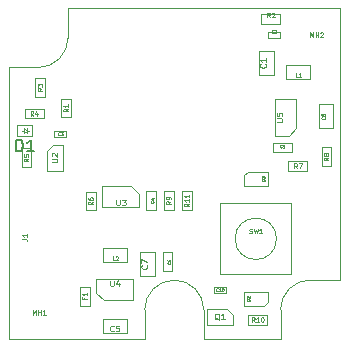
<source format=gbr>
G04 #@! TF.GenerationSoftware,KiCad,Pcbnew,5.1.6-c6e7f7d~87~ubuntu18.04.1*
G04 #@! TF.CreationDate,2020-08-30T01:02:13+03:00*
G04 #@! TF.ProjectId,nikon_gps,6e696b6f-6e5f-4677-9073-2e6b69636164,B*
G04 #@! TF.SameCoordinates,Original*
G04 #@! TF.FileFunction,Other,Fab,Top*
%FSLAX46Y46*%
G04 Gerber Fmt 4.6, Leading zero omitted, Abs format (unit mm)*
G04 Created by KiCad (PCBNEW 5.1.6-c6e7f7d~87~ubuntu18.04.1) date 2020-08-30 01:02:13*
%MOMM*%
%LPD*%
G01*
G04 APERTURE LIST*
G04 #@! TA.AperFunction,Profile*
%ADD10C,0.100000*%
G04 #@! TD*
%ADD11C,0.100000*%
%ADD12C,0.060000*%
%ADD13C,0.050000*%
%ADD14C,0.075000*%
%ADD15C,0.040000*%
%ADD16C,0.150000*%
G04 APERTURE END LIST*
D10*
X116500000Y-125500000D02*
X116500000Y-128000000D01*
X111500000Y-125500000D02*
X111500000Y-128000000D01*
X114000000Y-123000000D02*
G75*
G03*
X111500000Y-125500000I0J-2500000D01*
G01*
X116500000Y-125500000D02*
G75*
G03*
X114000000Y-123000000I-2500000J0D01*
G01*
X100000000Y-128000000D02*
X111500000Y-128000000D01*
X105000000Y-100000000D02*
X128000000Y-100000000D01*
X128000000Y-123000000D02*
X128000000Y-100000000D01*
X116500000Y-128000000D02*
X123000000Y-128000000D01*
X100000000Y-128000000D02*
X100000000Y-105000000D01*
X100000000Y-105000000D02*
X102500000Y-105000000D01*
X105000000Y-102500000D02*
X105000000Y-100000000D01*
X105000000Y-102500000D02*
G75*
G02*
X102500000Y-105000000I-2500000J0D01*
G01*
X123000000Y-125500000D02*
G75*
G02*
X125500000Y-123000000I2500000J0D01*
G01*
X123000000Y-125500000D02*
X123000000Y-128000000D01*
X125500000Y-123000000D02*
X128000000Y-123000000D01*
D11*
X101073000Y-113449000D02*
X101073000Y-111849000D01*
X101873000Y-113449000D02*
X101073000Y-113449000D01*
X101873000Y-111849000D02*
X101873000Y-113449000D01*
X101073000Y-111849000D02*
X101873000Y-111849000D01*
X117904000Y-116507000D02*
X117904000Y-122507000D01*
X117904000Y-122507000D02*
X123904000Y-122507000D01*
X123904000Y-122507000D02*
X123904000Y-116507000D01*
X123904000Y-116507000D02*
X117904000Y-116507000D01*
X122654714Y-119507000D02*
G75*
G03*
X122654714Y-119507000I-1750714J0D01*
G01*
X113938000Y-115463500D02*
X113938000Y-117063500D01*
X113138000Y-115463500D02*
X113938000Y-115463500D01*
X113138000Y-117063500D02*
X113138000Y-115463500D01*
X113938000Y-117063500D02*
X113138000Y-117063500D01*
X127273000Y-111760000D02*
X127273000Y-113360000D01*
X126473000Y-111760000D02*
X127273000Y-111760000D01*
X126473000Y-113360000D02*
X126473000Y-111760000D01*
X127273000Y-113360000D02*
X126473000Y-113360000D01*
X111134600Y-122666000D02*
X111134600Y-120666000D01*
X112334600Y-122666000D02*
X111134600Y-122666000D01*
X112334600Y-120666000D02*
X112334600Y-122666000D01*
X111134600Y-120666000D02*
X112334600Y-120666000D01*
X101333400Y-108515200D02*
X102933400Y-108515200D01*
X101333400Y-109315200D02*
X101333400Y-108515200D01*
X102933400Y-109315200D02*
X101333400Y-109315200D01*
X102933400Y-108515200D02*
X102933400Y-109315200D01*
X103041500Y-105880000D02*
X103041500Y-107480000D01*
X102241500Y-105880000D02*
X103041500Y-105880000D01*
X102241500Y-107480000D02*
X102241500Y-105880000D01*
X103041500Y-107480000D02*
X102241500Y-107480000D01*
X122544000Y-110770000D02*
X122544000Y-107670000D01*
X122544000Y-107670000D02*
X124344000Y-107670000D01*
X124344000Y-110120000D02*
X124344000Y-107670000D01*
X122544000Y-110770000D02*
X123694000Y-110770000D01*
X124344000Y-110120000D02*
X123694000Y-110770000D01*
X125460000Y-106010000D02*
X123460000Y-106010000D01*
X125460000Y-104810000D02*
X125460000Y-106010000D01*
X123460000Y-104810000D02*
X125460000Y-104810000D01*
X123460000Y-106010000D02*
X123460000Y-104810000D01*
X122951000Y-101985000D02*
X122951000Y-102485000D01*
X122951000Y-102485000D02*
X121951000Y-102485000D01*
X121951000Y-102485000D02*
X121951000Y-101985000D01*
X121951000Y-101985000D02*
X122951000Y-101985000D01*
X121904000Y-115027000D02*
X121904000Y-113827000D01*
X119904000Y-115027000D02*
X121904000Y-115027000D01*
X119904000Y-114127000D02*
X119904000Y-115027000D01*
X120204000Y-113827000D02*
X119904000Y-114127000D01*
X121904000Y-113827000D02*
X120204000Y-113827000D01*
X123660000Y-112947500D02*
X125260000Y-112947500D01*
X123660000Y-113747500D02*
X123660000Y-112947500D01*
X125260000Y-113747500D02*
X123660000Y-113747500D01*
X125260000Y-112947500D02*
X125260000Y-113747500D01*
X121374000Y-100501500D02*
X122974000Y-100501500D01*
X121374000Y-101301500D02*
X121374000Y-100501500D01*
X122974000Y-101301500D02*
X121374000Y-101301500D01*
X122974000Y-100501500D02*
X122974000Y-101301500D01*
X106826000Y-123558500D02*
X106826000Y-125158500D01*
X106026000Y-123558500D02*
X106826000Y-123558500D01*
X106026000Y-125158500D02*
X106026000Y-123558500D01*
X106826000Y-125158500D02*
X106026000Y-125158500D01*
X109966000Y-121504000D02*
X107966000Y-121504000D01*
X109966000Y-120304000D02*
X109966000Y-121504000D01*
X107966000Y-120304000D02*
X109966000Y-120304000D01*
X107966000Y-121504000D02*
X107966000Y-120304000D01*
X119904000Y-123987000D02*
X119904000Y-125187000D01*
X121904000Y-123987000D02*
X119904000Y-123987000D01*
X121904000Y-124887000D02*
X121904000Y-123987000D01*
X121604000Y-125187000D02*
X121904000Y-124887000D01*
X119904000Y-125187000D02*
X121604000Y-125187000D01*
X127473000Y-108093000D02*
X127473000Y-110093000D01*
X126273000Y-108093000D02*
X127473000Y-108093000D01*
X126273000Y-110093000D02*
X126273000Y-108093000D01*
X127473000Y-110093000D02*
X126273000Y-110093000D01*
X111024000Y-116851000D02*
X107924000Y-116851000D01*
X107924000Y-116851000D02*
X107924000Y-115051000D01*
X110374000Y-115051000D02*
X107924000Y-115051000D01*
X111024000Y-116851000D02*
X111024000Y-115701000D01*
X110374000Y-115051000D02*
X111024000Y-115701000D01*
X107416000Y-122925000D02*
X110516000Y-122925000D01*
X110516000Y-122925000D02*
X110516000Y-124725000D01*
X108066000Y-124725000D02*
X110516000Y-124725000D01*
X107416000Y-122925000D02*
X107416000Y-124075000D01*
X108066000Y-124725000D02*
X107416000Y-124075000D01*
X109966000Y-127473000D02*
X107966000Y-127473000D01*
X109966000Y-126273000D02*
X109966000Y-127473000D01*
X107966000Y-126273000D02*
X109966000Y-126273000D01*
X107966000Y-127473000D02*
X107966000Y-126273000D01*
X113036400Y-120662800D02*
X113836400Y-120662800D01*
X113836400Y-120662800D02*
X113836400Y-122262800D01*
X113836400Y-122262800D02*
X113036400Y-122262800D01*
X113036400Y-122262800D02*
X113036400Y-120662800D01*
X122331500Y-112198100D02*
X122331500Y-111398100D01*
X122331500Y-111398100D02*
X123931500Y-111398100D01*
X123931500Y-111398100D02*
X123931500Y-112198100D01*
X123931500Y-112198100D02*
X122331500Y-112198100D01*
X106534000Y-117106500D02*
X106534000Y-115506500D01*
X107334000Y-117106500D02*
X106534000Y-117106500D01*
X107334000Y-115506500D02*
X107334000Y-117106500D01*
X106534000Y-115506500D02*
X107334000Y-115506500D01*
X121854000Y-126765000D02*
X120254000Y-126765000D01*
X121854000Y-125965000D02*
X121854000Y-126765000D01*
X120254000Y-125965000D02*
X121854000Y-125965000D01*
X120254000Y-126765000D02*
X120254000Y-125965000D01*
X111614000Y-115463500D02*
X112414000Y-115463500D01*
X112414000Y-115463500D02*
X112414000Y-117063500D01*
X112414000Y-117063500D02*
X111614000Y-117063500D01*
X111614000Y-117063500D02*
X111614000Y-115463500D01*
X121173000Y-103632000D02*
X122413000Y-103632000D01*
X121173000Y-105632000D02*
X121173000Y-103632000D01*
X122413000Y-105632000D02*
X121173000Y-105632000D01*
X122413000Y-103632000D02*
X122413000Y-105632000D01*
X103851000Y-110867000D02*
X103851000Y-110367000D01*
X103851000Y-110367000D02*
X104851000Y-110367000D01*
X104851000Y-110367000D02*
X104851000Y-110867000D01*
X104851000Y-110867000D02*
X103851000Y-110867000D01*
X101246000Y-110363000D02*
X101096000Y-110363000D01*
X101246000Y-110563000D02*
X101546000Y-110363000D01*
X101246000Y-110163000D02*
X101246000Y-110563000D01*
X101546000Y-110363000D02*
X101246000Y-110163000D01*
X101546000Y-110363000D02*
X101696000Y-110363000D01*
X101546000Y-110163000D02*
X101546000Y-110563000D01*
X100696000Y-110813000D02*
X100696000Y-109913000D01*
X101996000Y-110813000D02*
X100696000Y-110813000D01*
X101996000Y-109913000D02*
X101996000Y-110813000D01*
X100696000Y-109913000D02*
X101996000Y-109913000D01*
X105236000Y-107632500D02*
X105236000Y-109232500D01*
X104436000Y-107632500D02*
X105236000Y-107632500D01*
X104436000Y-109232500D02*
X104436000Y-107632500D01*
X105236000Y-109232500D02*
X104436000Y-109232500D01*
X118356000Y-123575000D02*
X118356000Y-124075000D01*
X118356000Y-124075000D02*
X117356000Y-124075000D01*
X117356000Y-124075000D02*
X117356000Y-123575000D01*
X117356000Y-123575000D02*
X118356000Y-123575000D01*
X114662000Y-117063500D02*
X114662000Y-115463500D01*
X115462000Y-117063500D02*
X114662000Y-117063500D01*
X115462000Y-115463500D02*
X115462000Y-117063500D01*
X114662000Y-115463500D02*
X115462000Y-115463500D01*
X118956000Y-125931000D02*
X118456000Y-125431000D01*
X116756000Y-126781000D02*
X116756000Y-125431000D01*
X118956000Y-126781000D02*
X116756000Y-126781000D01*
X118456000Y-125431000D02*
X116756000Y-125431000D01*
X118956000Y-126781000D02*
X118956000Y-125931000D01*
X103711000Y-111549000D02*
X103211000Y-112049000D01*
X104561000Y-113749000D02*
X103211000Y-113749000D01*
X104561000Y-111549000D02*
X104561000Y-113749000D01*
X103211000Y-112049000D02*
X103211000Y-113749000D01*
X104561000Y-111549000D02*
X103711000Y-111549000D01*
D12*
X101653952Y-112715666D02*
X101463476Y-112849000D01*
X101653952Y-112944238D02*
X101253952Y-112944238D01*
X101253952Y-112791857D01*
X101273000Y-112753761D01*
X101292047Y-112734714D01*
X101330142Y-112715666D01*
X101387285Y-112715666D01*
X101425380Y-112734714D01*
X101444428Y-112753761D01*
X101463476Y-112791857D01*
X101463476Y-112944238D01*
X101253952Y-112353761D02*
X101253952Y-112544238D01*
X101444428Y-112563285D01*
X101425380Y-112544238D01*
X101406333Y-112506142D01*
X101406333Y-112410904D01*
X101425380Y-112372809D01*
X101444428Y-112353761D01*
X101482523Y-112334714D01*
X101577761Y-112334714D01*
X101615857Y-112353761D01*
X101634904Y-112372809D01*
X101653952Y-112410904D01*
X101653952Y-112506142D01*
X101634904Y-112544238D01*
X101615857Y-112563285D01*
D13*
X120370666Y-119033904D02*
X120427809Y-119052952D01*
X120523047Y-119052952D01*
X120561142Y-119033904D01*
X120580190Y-119014857D01*
X120599238Y-118976761D01*
X120599238Y-118938666D01*
X120580190Y-118900571D01*
X120561142Y-118881523D01*
X120523047Y-118862476D01*
X120446857Y-118843428D01*
X120408761Y-118824380D01*
X120389714Y-118805333D01*
X120370666Y-118767238D01*
X120370666Y-118729142D01*
X120389714Y-118691047D01*
X120408761Y-118672000D01*
X120446857Y-118652952D01*
X120542095Y-118652952D01*
X120599238Y-118672000D01*
X120732571Y-118652952D02*
X120827809Y-119052952D01*
X120904000Y-118767238D01*
X120980190Y-119052952D01*
X121075428Y-118652952D01*
X121437333Y-119052952D02*
X121208761Y-119052952D01*
X121323047Y-119052952D02*
X121323047Y-118652952D01*
X121284952Y-118710095D01*
X121246857Y-118748190D01*
X121208761Y-118767238D01*
D14*
X113718952Y-116330166D02*
X113528476Y-116463500D01*
X113718952Y-116558738D02*
X113318952Y-116558738D01*
X113318952Y-116406357D01*
X113338000Y-116368261D01*
X113357047Y-116349214D01*
X113395142Y-116330166D01*
X113452285Y-116330166D01*
X113490380Y-116349214D01*
X113509428Y-116368261D01*
X113528476Y-116406357D01*
X113528476Y-116558738D01*
X113718952Y-116139690D02*
X113718952Y-116063500D01*
X113699904Y-116025404D01*
X113680857Y-116006357D01*
X113623714Y-115968261D01*
X113547523Y-115949214D01*
X113395142Y-115949214D01*
X113357047Y-115968261D01*
X113338000Y-115987309D01*
X113318952Y-116025404D01*
X113318952Y-116101595D01*
X113338000Y-116139690D01*
X113357047Y-116158738D01*
X113395142Y-116177785D01*
X113490380Y-116177785D01*
X113528476Y-116158738D01*
X113547523Y-116139690D01*
X113566571Y-116101595D01*
X113566571Y-116025404D01*
X113547523Y-115987309D01*
X113528476Y-115968261D01*
X113490380Y-115949214D01*
X127053952Y-112626666D02*
X126863476Y-112760000D01*
X127053952Y-112855238D02*
X126653952Y-112855238D01*
X126653952Y-112702857D01*
X126673000Y-112664761D01*
X126692047Y-112645714D01*
X126730142Y-112626666D01*
X126787285Y-112626666D01*
X126825380Y-112645714D01*
X126844428Y-112664761D01*
X126863476Y-112702857D01*
X126863476Y-112855238D01*
X126825380Y-112398095D02*
X126806333Y-112436190D01*
X126787285Y-112455238D01*
X126749190Y-112474285D01*
X126730142Y-112474285D01*
X126692047Y-112455238D01*
X126673000Y-112436190D01*
X126653952Y-112398095D01*
X126653952Y-112321904D01*
X126673000Y-112283809D01*
X126692047Y-112264761D01*
X126730142Y-112245714D01*
X126749190Y-112245714D01*
X126787285Y-112264761D01*
X126806333Y-112283809D01*
X126825380Y-112321904D01*
X126825380Y-112398095D01*
X126844428Y-112436190D01*
X126863476Y-112455238D01*
X126901571Y-112474285D01*
X126977761Y-112474285D01*
X127015857Y-112455238D01*
X127034904Y-112436190D01*
X127053952Y-112398095D01*
X127053952Y-112321904D01*
X127034904Y-112283809D01*
X127015857Y-112264761D01*
X126977761Y-112245714D01*
X126901571Y-112245714D01*
X126863476Y-112264761D01*
X126844428Y-112283809D01*
X126825380Y-112321904D01*
D13*
X111659171Y-121749333D02*
X111682980Y-121773142D01*
X111706790Y-121844571D01*
X111706790Y-121892190D01*
X111682980Y-121963619D01*
X111635361Y-122011238D01*
X111587742Y-122035047D01*
X111492504Y-122058857D01*
X111421076Y-122058857D01*
X111325838Y-122035047D01*
X111278219Y-122011238D01*
X111230600Y-121963619D01*
X111206790Y-121892190D01*
X111206790Y-121844571D01*
X111230600Y-121773142D01*
X111254409Y-121749333D01*
X111206790Y-121582666D02*
X111206790Y-121249333D01*
X111706790Y-121463619D01*
D12*
X102066733Y-109096152D02*
X101933400Y-108905676D01*
X101838161Y-109096152D02*
X101838161Y-108696152D01*
X101990542Y-108696152D01*
X102028638Y-108715200D01*
X102047685Y-108734247D01*
X102066733Y-108772342D01*
X102066733Y-108829485D01*
X102047685Y-108867580D01*
X102028638Y-108886628D01*
X101990542Y-108905676D01*
X101838161Y-108905676D01*
X102409590Y-108829485D02*
X102409590Y-109096152D01*
X102314352Y-108677104D02*
X102219114Y-108962819D01*
X102466733Y-108962819D01*
X102822452Y-106746666D02*
X102631976Y-106880000D01*
X102822452Y-106975238D02*
X102422452Y-106975238D01*
X102422452Y-106822857D01*
X102441500Y-106784761D01*
X102460547Y-106765714D01*
X102498642Y-106746666D01*
X102555785Y-106746666D01*
X102593880Y-106765714D01*
X102612928Y-106784761D01*
X102631976Y-106822857D01*
X102631976Y-106975238D01*
X102422452Y-106613333D02*
X102422452Y-106365714D01*
X102574833Y-106499047D01*
X102574833Y-106441904D01*
X102593880Y-106403809D01*
X102612928Y-106384761D01*
X102651023Y-106365714D01*
X102746261Y-106365714D01*
X102784357Y-106384761D01*
X102803404Y-106403809D01*
X102822452Y-106441904D01*
X102822452Y-106556190D01*
X102803404Y-106594285D01*
X102784357Y-106613333D01*
D14*
X122662190Y-109600952D02*
X123066952Y-109600952D01*
X123114571Y-109577142D01*
X123138380Y-109553333D01*
X123162190Y-109505714D01*
X123162190Y-109410476D01*
X123138380Y-109362857D01*
X123114571Y-109339047D01*
X123066952Y-109315238D01*
X122662190Y-109315238D01*
X122662190Y-108839047D02*
X122662190Y-109077142D01*
X122900285Y-109100952D01*
X122876476Y-109077142D01*
X122852666Y-109029523D01*
X122852666Y-108910476D01*
X122876476Y-108862857D01*
X122900285Y-108839047D01*
X122947904Y-108815238D01*
X123066952Y-108815238D01*
X123114571Y-108839047D01*
X123138380Y-108862857D01*
X123162190Y-108910476D01*
X123162190Y-109029523D01*
X123138380Y-109077142D01*
X123114571Y-109100952D01*
D13*
X124473500Y-105799714D02*
X124330642Y-105799714D01*
X124330642Y-105499714D01*
X124730642Y-105799714D02*
X124559214Y-105799714D01*
X124644928Y-105799714D02*
X124644928Y-105499714D01*
X124616357Y-105542571D01*
X124587785Y-105571142D01*
X124559214Y-105585428D01*
D15*
X122409333Y-102070285D02*
X122397428Y-102082190D01*
X122361714Y-102094095D01*
X122337904Y-102094095D01*
X122302190Y-102082190D01*
X122278380Y-102058380D01*
X122266476Y-102034571D01*
X122254571Y-101986952D01*
X122254571Y-101951238D01*
X122266476Y-101903619D01*
X122278380Y-101879809D01*
X122302190Y-101856000D01*
X122337904Y-101844095D01*
X122361714Y-101844095D01*
X122397428Y-101856000D01*
X122409333Y-101867904D01*
X122504571Y-101867904D02*
X122516476Y-101856000D01*
X122540285Y-101844095D01*
X122599809Y-101844095D01*
X122623619Y-101856000D01*
X122635523Y-101867904D01*
X122647428Y-101891714D01*
X122647428Y-101915523D01*
X122635523Y-101951238D01*
X122492666Y-102094095D01*
X122647428Y-102094095D01*
D13*
X125516666Y-102430952D02*
X125516666Y-102030952D01*
X125650000Y-102316666D01*
X125783333Y-102030952D01*
X125783333Y-102430952D01*
X125973809Y-102430952D02*
X125973809Y-102030952D01*
X125973809Y-102221428D02*
X126202380Y-102221428D01*
X126202380Y-102430952D02*
X126202380Y-102030952D01*
X126373809Y-102069047D02*
X126392857Y-102050000D01*
X126430952Y-102030952D01*
X126526190Y-102030952D01*
X126564285Y-102050000D01*
X126583333Y-102069047D01*
X126602380Y-102107142D01*
X126602380Y-102145238D01*
X126583333Y-102202380D01*
X126354761Y-102430952D01*
X126602380Y-102430952D01*
X121652095Y-114611523D02*
X121402095Y-114611523D01*
X121402095Y-114552000D01*
X121414000Y-114516285D01*
X121437809Y-114492476D01*
X121461619Y-114480571D01*
X121509238Y-114468666D01*
X121544952Y-114468666D01*
X121592571Y-114480571D01*
X121616380Y-114492476D01*
X121640190Y-114516285D01*
X121652095Y-114552000D01*
X121652095Y-114611523D01*
X121402095Y-114385333D02*
X121402095Y-114230571D01*
X121497333Y-114313904D01*
X121497333Y-114278190D01*
X121509238Y-114254380D01*
X121521142Y-114242476D01*
X121544952Y-114230571D01*
X121604476Y-114230571D01*
X121628285Y-114242476D01*
X121640190Y-114254380D01*
X121652095Y-114278190D01*
X121652095Y-114349619D01*
X121640190Y-114373428D01*
X121628285Y-114385333D01*
D14*
X124393333Y-113528452D02*
X124260000Y-113337976D01*
X124164761Y-113528452D02*
X124164761Y-113128452D01*
X124317142Y-113128452D01*
X124355238Y-113147500D01*
X124374285Y-113166547D01*
X124393333Y-113204642D01*
X124393333Y-113261785D01*
X124374285Y-113299880D01*
X124355238Y-113318928D01*
X124317142Y-113337976D01*
X124164761Y-113337976D01*
X124526666Y-113128452D02*
X124793333Y-113128452D01*
X124621904Y-113528452D01*
X122107333Y-100764952D02*
X121974000Y-100574476D01*
X121878761Y-100764952D02*
X121878761Y-100364952D01*
X122031142Y-100364952D01*
X122069238Y-100384000D01*
X122088285Y-100403047D01*
X122107333Y-100441142D01*
X122107333Y-100498285D01*
X122088285Y-100536380D01*
X122069238Y-100555428D01*
X122031142Y-100574476D01*
X121878761Y-100574476D01*
X122259714Y-100403047D02*
X122278761Y-100384000D01*
X122316857Y-100364952D01*
X122412095Y-100364952D01*
X122450190Y-100384000D01*
X122469238Y-100403047D01*
X122488285Y-100441142D01*
X122488285Y-100479238D01*
X122469238Y-100536380D01*
X122240666Y-100764952D01*
X122488285Y-100764952D01*
D12*
X106397428Y-124491833D02*
X106397428Y-124625166D01*
X106606952Y-124625166D02*
X106206952Y-124625166D01*
X106206952Y-124434690D01*
X106606952Y-124072785D02*
X106606952Y-124301357D01*
X106606952Y-124187071D02*
X106206952Y-124187071D01*
X106264095Y-124225166D01*
X106302190Y-124263261D01*
X106321238Y-124301357D01*
D13*
X108979500Y-121293714D02*
X108836642Y-121293714D01*
X108836642Y-120993714D01*
X109065214Y-121022285D02*
X109079500Y-121008000D01*
X109108071Y-120993714D01*
X109179500Y-120993714D01*
X109208071Y-121008000D01*
X109222357Y-121022285D01*
X109236642Y-121050857D01*
X109236642Y-121079428D01*
X109222357Y-121122285D01*
X109050928Y-121293714D01*
X109236642Y-121293714D01*
X120382095Y-124771523D02*
X120132095Y-124771523D01*
X120132095Y-124712000D01*
X120144000Y-124676285D01*
X120167809Y-124652476D01*
X120191619Y-124640571D01*
X120239238Y-124628666D01*
X120274952Y-124628666D01*
X120322571Y-124640571D01*
X120346380Y-124652476D01*
X120370190Y-124676285D01*
X120382095Y-124712000D01*
X120382095Y-124771523D01*
X120155904Y-124533428D02*
X120144000Y-124521523D01*
X120132095Y-124497714D01*
X120132095Y-124438190D01*
X120144000Y-124414380D01*
X120155904Y-124402476D01*
X120179714Y-124390571D01*
X120203523Y-124390571D01*
X120239238Y-124402476D01*
X120382095Y-124545333D01*
X120382095Y-124390571D01*
X101126952Y-119513333D02*
X101412666Y-119513333D01*
X101469809Y-119532380D01*
X101507904Y-119570476D01*
X101526952Y-119627619D01*
X101526952Y-119665714D01*
X101526952Y-119113333D02*
X101526952Y-119341904D01*
X101526952Y-119227619D02*
X101126952Y-119227619D01*
X101184095Y-119265714D01*
X101222190Y-119303809D01*
X101241238Y-119341904D01*
X126726142Y-109206500D02*
X126740428Y-109220785D01*
X126754714Y-109263642D01*
X126754714Y-109292214D01*
X126740428Y-109335071D01*
X126711857Y-109363642D01*
X126683285Y-109377928D01*
X126626142Y-109392214D01*
X126583285Y-109392214D01*
X126526142Y-109377928D01*
X126497571Y-109363642D01*
X126469000Y-109335071D01*
X126454714Y-109292214D01*
X126454714Y-109263642D01*
X126469000Y-109220785D01*
X126483285Y-109206500D01*
X126583285Y-109035071D02*
X126569000Y-109063642D01*
X126554714Y-109077928D01*
X126526142Y-109092214D01*
X126511857Y-109092214D01*
X126483285Y-109077928D01*
X126469000Y-109063642D01*
X126454714Y-109035071D01*
X126454714Y-108977928D01*
X126469000Y-108949357D01*
X126483285Y-108935071D01*
X126511857Y-108920785D01*
X126526142Y-108920785D01*
X126554714Y-108935071D01*
X126569000Y-108949357D01*
X126583285Y-108977928D01*
X126583285Y-109035071D01*
X126597571Y-109063642D01*
X126611857Y-109077928D01*
X126640428Y-109092214D01*
X126697571Y-109092214D01*
X126726142Y-109077928D01*
X126740428Y-109063642D01*
X126754714Y-109035071D01*
X126754714Y-108977928D01*
X126740428Y-108949357D01*
X126726142Y-108935071D01*
X126697571Y-108920785D01*
X126640428Y-108920785D01*
X126611857Y-108935071D01*
X126597571Y-108949357D01*
X126583285Y-108977928D01*
X102016666Y-125930952D02*
X102016666Y-125530952D01*
X102150000Y-125816666D01*
X102283333Y-125530952D01*
X102283333Y-125930952D01*
X102473809Y-125930952D02*
X102473809Y-125530952D01*
X102473809Y-125721428D02*
X102702380Y-125721428D01*
X102702380Y-125930952D02*
X102702380Y-125530952D01*
X103102380Y-125930952D02*
X102873809Y-125930952D01*
X102988095Y-125930952D02*
X102988095Y-125530952D01*
X102950000Y-125588095D01*
X102911904Y-125626190D01*
X102873809Y-125645238D01*
D14*
X109093047Y-116185190D02*
X109093047Y-116589952D01*
X109116857Y-116637571D01*
X109140666Y-116661380D01*
X109188285Y-116685190D01*
X109283523Y-116685190D01*
X109331142Y-116661380D01*
X109354952Y-116637571D01*
X109378761Y-116589952D01*
X109378761Y-116185190D01*
X109569238Y-116185190D02*
X109878761Y-116185190D01*
X109712095Y-116375666D01*
X109783523Y-116375666D01*
X109831142Y-116399476D01*
X109854952Y-116423285D01*
X109878761Y-116470904D01*
X109878761Y-116589952D01*
X109854952Y-116637571D01*
X109831142Y-116661380D01*
X109783523Y-116685190D01*
X109640666Y-116685190D01*
X109593047Y-116661380D01*
X109569238Y-116637571D01*
X108585047Y-123043190D02*
X108585047Y-123447952D01*
X108608857Y-123495571D01*
X108632666Y-123519380D01*
X108680285Y-123543190D01*
X108775523Y-123543190D01*
X108823142Y-123519380D01*
X108846952Y-123495571D01*
X108870761Y-123447952D01*
X108870761Y-123043190D01*
X109323142Y-123209857D02*
X109323142Y-123543190D01*
X109204095Y-123019380D02*
X109085047Y-123376523D01*
X109394571Y-123376523D01*
D13*
X108882666Y-127305571D02*
X108858857Y-127329380D01*
X108787428Y-127353190D01*
X108739809Y-127353190D01*
X108668380Y-127329380D01*
X108620761Y-127281761D01*
X108596952Y-127234142D01*
X108573142Y-127138904D01*
X108573142Y-127067476D01*
X108596952Y-126972238D01*
X108620761Y-126924619D01*
X108668380Y-126877000D01*
X108739809Y-126853190D01*
X108787428Y-126853190D01*
X108858857Y-126877000D01*
X108882666Y-126900809D01*
X109335047Y-126853190D02*
X109096952Y-126853190D01*
X109073142Y-127091285D01*
X109096952Y-127067476D01*
X109144571Y-127043666D01*
X109263619Y-127043666D01*
X109311238Y-127067476D01*
X109335047Y-127091285D01*
X109358857Y-127138904D01*
X109358857Y-127257952D01*
X109335047Y-127305571D01*
X109311238Y-127329380D01*
X109263619Y-127353190D01*
X109144571Y-127353190D01*
X109096952Y-127329380D01*
X109073142Y-127305571D01*
X113652685Y-121504466D02*
X113664590Y-121516371D01*
X113676495Y-121552085D01*
X113676495Y-121575895D01*
X113664590Y-121611609D01*
X113640780Y-121635419D01*
X113616971Y-121647323D01*
X113569352Y-121659228D01*
X113533638Y-121659228D01*
X113486019Y-121647323D01*
X113462209Y-121635419D01*
X113438400Y-121611609D01*
X113426495Y-121575895D01*
X113426495Y-121552085D01*
X113438400Y-121516371D01*
X113450304Y-121504466D01*
X113426495Y-121290180D02*
X113426495Y-121337800D01*
X113438400Y-121361609D01*
X113450304Y-121373514D01*
X113486019Y-121397323D01*
X113533638Y-121409228D01*
X113628876Y-121409228D01*
X113652685Y-121397323D01*
X113664590Y-121385419D01*
X113676495Y-121361609D01*
X113676495Y-121313990D01*
X113664590Y-121290180D01*
X113652685Y-121278276D01*
X113628876Y-121266371D01*
X113569352Y-121266371D01*
X113545542Y-121278276D01*
X113533638Y-121290180D01*
X113521733Y-121313990D01*
X113521733Y-121361609D01*
X113533638Y-121385419D01*
X113545542Y-121397323D01*
X113569352Y-121409228D01*
X123089833Y-111760385D02*
X123077928Y-111772290D01*
X123042214Y-111784195D01*
X123018404Y-111784195D01*
X122982690Y-111772290D01*
X122958880Y-111748480D01*
X122946976Y-111724671D01*
X122935071Y-111677052D01*
X122935071Y-111641338D01*
X122946976Y-111593719D01*
X122958880Y-111569909D01*
X122982690Y-111546100D01*
X123018404Y-111534195D01*
X123042214Y-111534195D01*
X123077928Y-111546100D01*
X123089833Y-111558004D01*
X123208880Y-111784195D02*
X123256500Y-111784195D01*
X123280309Y-111772290D01*
X123292214Y-111760385D01*
X123316023Y-111724671D01*
X123327928Y-111677052D01*
X123327928Y-111581814D01*
X123316023Y-111558004D01*
X123304119Y-111546100D01*
X123280309Y-111534195D01*
X123232690Y-111534195D01*
X123208880Y-111546100D01*
X123196976Y-111558004D01*
X123185071Y-111581814D01*
X123185071Y-111641338D01*
X123196976Y-111665147D01*
X123208880Y-111677052D01*
X123232690Y-111688957D01*
X123280309Y-111688957D01*
X123304119Y-111677052D01*
X123316023Y-111665147D01*
X123327928Y-111641338D01*
D14*
X107114952Y-116373166D02*
X106924476Y-116506500D01*
X107114952Y-116601738D02*
X106714952Y-116601738D01*
X106714952Y-116449357D01*
X106734000Y-116411261D01*
X106753047Y-116392214D01*
X106791142Y-116373166D01*
X106848285Y-116373166D01*
X106886380Y-116392214D01*
X106905428Y-116411261D01*
X106924476Y-116449357D01*
X106924476Y-116601738D01*
X106714952Y-116030309D02*
X106714952Y-116106500D01*
X106734000Y-116144595D01*
X106753047Y-116163642D01*
X106810190Y-116201738D01*
X106886380Y-116220785D01*
X107038761Y-116220785D01*
X107076857Y-116201738D01*
X107095904Y-116182690D01*
X107114952Y-116144595D01*
X107114952Y-116068404D01*
X107095904Y-116030309D01*
X107076857Y-116011261D01*
X107038761Y-115992214D01*
X106943523Y-115992214D01*
X106905428Y-116011261D01*
X106886380Y-116030309D01*
X106867333Y-116068404D01*
X106867333Y-116144595D01*
X106886380Y-116182690D01*
X106905428Y-116201738D01*
X106943523Y-116220785D01*
X120796857Y-126545952D02*
X120663523Y-126355476D01*
X120568285Y-126545952D02*
X120568285Y-126145952D01*
X120720666Y-126145952D01*
X120758761Y-126165000D01*
X120777809Y-126184047D01*
X120796857Y-126222142D01*
X120796857Y-126279285D01*
X120777809Y-126317380D01*
X120758761Y-126336428D01*
X120720666Y-126355476D01*
X120568285Y-126355476D01*
X121177809Y-126545952D02*
X120949238Y-126545952D01*
X121063523Y-126545952D02*
X121063523Y-126145952D01*
X121025428Y-126203095D01*
X120987333Y-126241190D01*
X120949238Y-126260238D01*
X121425428Y-126145952D02*
X121463523Y-126145952D01*
X121501619Y-126165000D01*
X121520666Y-126184047D01*
X121539714Y-126222142D01*
X121558761Y-126298333D01*
X121558761Y-126393571D01*
X121539714Y-126469761D01*
X121520666Y-126507857D01*
X121501619Y-126526904D01*
X121463523Y-126545952D01*
X121425428Y-126545952D01*
X121387333Y-126526904D01*
X121368285Y-126507857D01*
X121349238Y-126469761D01*
X121330190Y-126393571D01*
X121330190Y-126298333D01*
X121349238Y-126222142D01*
X121368285Y-126184047D01*
X121387333Y-126165000D01*
X121425428Y-126145952D01*
D13*
X112230285Y-116305166D02*
X112242190Y-116317071D01*
X112254095Y-116352785D01*
X112254095Y-116376595D01*
X112242190Y-116412309D01*
X112218380Y-116436119D01*
X112194571Y-116448023D01*
X112146952Y-116459928D01*
X112111238Y-116459928D01*
X112063619Y-116448023D01*
X112039809Y-116436119D01*
X112016000Y-116412309D01*
X112004095Y-116376595D01*
X112004095Y-116352785D01*
X112016000Y-116317071D01*
X112027904Y-116305166D01*
X112087428Y-116090880D02*
X112254095Y-116090880D01*
X111992190Y-116150404D02*
X112170761Y-116209928D01*
X112170761Y-116055166D01*
X121717571Y-104715333D02*
X121741380Y-104739142D01*
X121765190Y-104810571D01*
X121765190Y-104858190D01*
X121741380Y-104929619D01*
X121693761Y-104977238D01*
X121646142Y-105001047D01*
X121550904Y-105024857D01*
X121479476Y-105024857D01*
X121384238Y-105001047D01*
X121336619Y-104977238D01*
X121289000Y-104929619D01*
X121265190Y-104858190D01*
X121265190Y-104810571D01*
X121289000Y-104739142D01*
X121312809Y-104715333D01*
X121765190Y-104239142D02*
X121765190Y-104524857D01*
X121765190Y-104382000D02*
X121265190Y-104382000D01*
X121336619Y-104429619D01*
X121384238Y-104477238D01*
X121408047Y-104524857D01*
D15*
X104309333Y-110706285D02*
X104297428Y-110718190D01*
X104261714Y-110730095D01*
X104237904Y-110730095D01*
X104202190Y-110718190D01*
X104178380Y-110694380D01*
X104166476Y-110670571D01*
X104154571Y-110622952D01*
X104154571Y-110587238D01*
X104166476Y-110539619D01*
X104178380Y-110515809D01*
X104202190Y-110492000D01*
X104237904Y-110480095D01*
X104261714Y-110480095D01*
X104297428Y-110492000D01*
X104309333Y-110503904D01*
X104392666Y-110480095D02*
X104547428Y-110480095D01*
X104464095Y-110575333D01*
X104499809Y-110575333D01*
X104523619Y-110587238D01*
X104535523Y-110599142D01*
X104547428Y-110622952D01*
X104547428Y-110682476D01*
X104535523Y-110706285D01*
X104523619Y-110718190D01*
X104499809Y-110730095D01*
X104428380Y-110730095D01*
X104404571Y-110718190D01*
X104392666Y-110706285D01*
D16*
X100607904Y-112115380D02*
X100607904Y-111115380D01*
X100846000Y-111115380D01*
X100988857Y-111163000D01*
X101084095Y-111258238D01*
X101131714Y-111353476D01*
X101179333Y-111543952D01*
X101179333Y-111686809D01*
X101131714Y-111877285D01*
X101084095Y-111972523D01*
X100988857Y-112067761D01*
X100846000Y-112115380D01*
X100607904Y-112115380D01*
X102131714Y-112115380D02*
X101560285Y-112115380D01*
X101846000Y-112115380D02*
X101846000Y-111115380D01*
X101750761Y-111258238D01*
X101655523Y-111353476D01*
X101560285Y-111401095D01*
D12*
X105016952Y-108499166D02*
X104826476Y-108632500D01*
X105016952Y-108727738D02*
X104616952Y-108727738D01*
X104616952Y-108575357D01*
X104636000Y-108537261D01*
X104655047Y-108518214D01*
X104693142Y-108499166D01*
X104750285Y-108499166D01*
X104788380Y-108518214D01*
X104807428Y-108537261D01*
X104826476Y-108575357D01*
X104826476Y-108727738D01*
X105016952Y-108118214D02*
X105016952Y-108346785D01*
X105016952Y-108232500D02*
X104616952Y-108232500D01*
X104674095Y-108270595D01*
X104712190Y-108308690D01*
X104731238Y-108346785D01*
D15*
X117695285Y-123914285D02*
X117683380Y-123926190D01*
X117647666Y-123938095D01*
X117623857Y-123938095D01*
X117588142Y-123926190D01*
X117564333Y-123902380D01*
X117552428Y-123878571D01*
X117540523Y-123830952D01*
X117540523Y-123795238D01*
X117552428Y-123747619D01*
X117564333Y-123723809D01*
X117588142Y-123700000D01*
X117623857Y-123688095D01*
X117647666Y-123688095D01*
X117683380Y-123700000D01*
X117695285Y-123711904D01*
X117933380Y-123938095D02*
X117790523Y-123938095D01*
X117861952Y-123938095D02*
X117861952Y-123688095D01*
X117838142Y-123723809D01*
X117814333Y-123747619D01*
X117790523Y-123759523D01*
X118088142Y-123688095D02*
X118111952Y-123688095D01*
X118135761Y-123700000D01*
X118147666Y-123711904D01*
X118159571Y-123735714D01*
X118171476Y-123783333D01*
X118171476Y-123842857D01*
X118159571Y-123890476D01*
X118147666Y-123914285D01*
X118135761Y-123926190D01*
X118111952Y-123938095D01*
X118088142Y-123938095D01*
X118064333Y-123926190D01*
X118052428Y-123914285D01*
X118040523Y-123890476D01*
X118028619Y-123842857D01*
X118028619Y-123783333D01*
X118040523Y-123735714D01*
X118052428Y-123711904D01*
X118064333Y-123700000D01*
X118088142Y-123688095D01*
D12*
X115242952Y-116520642D02*
X115052476Y-116653976D01*
X115242952Y-116749214D02*
X114842952Y-116749214D01*
X114842952Y-116596833D01*
X114862000Y-116558738D01*
X114881047Y-116539690D01*
X114919142Y-116520642D01*
X114976285Y-116520642D01*
X115014380Y-116539690D01*
X115033428Y-116558738D01*
X115052476Y-116596833D01*
X115052476Y-116749214D01*
X115242952Y-116139690D02*
X115242952Y-116368261D01*
X115242952Y-116253976D02*
X114842952Y-116253976D01*
X114900095Y-116292071D01*
X114938190Y-116330166D01*
X114957238Y-116368261D01*
X115242952Y-115758738D02*
X115242952Y-115987309D01*
X115242952Y-115873023D02*
X114842952Y-115873023D01*
X114900095Y-115911119D01*
X114938190Y-115949214D01*
X114957238Y-115987309D01*
D14*
X117808380Y-126384809D02*
X117760761Y-126361000D01*
X117713142Y-126313380D01*
X117641714Y-126241952D01*
X117594095Y-126218142D01*
X117546476Y-126218142D01*
X117570285Y-126337190D02*
X117522666Y-126313380D01*
X117475047Y-126265761D01*
X117451238Y-126170523D01*
X117451238Y-126003857D01*
X117475047Y-125908619D01*
X117522666Y-125861000D01*
X117570285Y-125837190D01*
X117665523Y-125837190D01*
X117713142Y-125861000D01*
X117760761Y-125908619D01*
X117784571Y-126003857D01*
X117784571Y-126170523D01*
X117760761Y-126265761D01*
X117713142Y-126313380D01*
X117665523Y-126337190D01*
X117570285Y-126337190D01*
X118260761Y-126337190D02*
X117975047Y-126337190D01*
X118117904Y-126337190D02*
X118117904Y-125837190D01*
X118070285Y-125908619D01*
X118022666Y-125956238D01*
X117975047Y-125980047D01*
X103612190Y-113029952D02*
X104016952Y-113029952D01*
X104064571Y-113006142D01*
X104088380Y-112982333D01*
X104112190Y-112934714D01*
X104112190Y-112839476D01*
X104088380Y-112791857D01*
X104064571Y-112768047D01*
X104016952Y-112744238D01*
X103612190Y-112744238D01*
X103659809Y-112529952D02*
X103636000Y-112506142D01*
X103612190Y-112458523D01*
X103612190Y-112339476D01*
X103636000Y-112291857D01*
X103659809Y-112268047D01*
X103707428Y-112244238D01*
X103755047Y-112244238D01*
X103826476Y-112268047D01*
X104112190Y-112553761D01*
X104112190Y-112244238D01*
M02*

</source>
